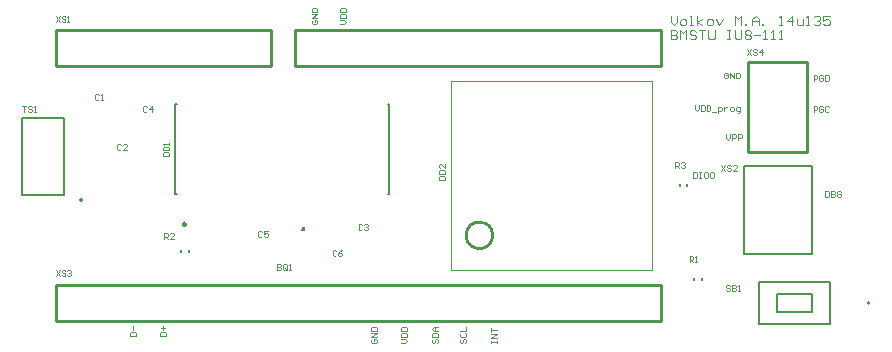
<source format=gto>
G04*
G04 #@! TF.GenerationSoftware,Altium Limited,Altium Designer,19.1.5 (86)*
G04*
G04 Layer_Color=65535*
%FSLAX44Y44*%
%MOMM*%
G71*
G01*
G75*
%ADD10C,0.1270*%
%ADD11C,0.2000*%
%ADD12C,0.3000*%
%ADD13C,0.2500*%
%ADD14C,0.2540*%
%ADD15C,0.2032*%
%ADD16C,0.1000*%
D10*
X89020Y131170D02*
G03*
X89020Y131170I-1270J0D01*
G01*
X722000Y26500D02*
Y61500D01*
X662000D02*
X722000D01*
X662000Y26500D02*
Y61500D01*
Y26500D02*
X722000D01*
X707000Y36500D02*
Y51500D01*
X677000D02*
X707000D01*
X677000Y36500D02*
Y51500D01*
Y36500D02*
X707000D01*
D11*
X755500Y44000D02*
G03*
X755500Y44000I-1000J0D01*
G01*
X649000Y85000D02*
X706500D01*
Y160000D01*
X649000D02*
X706500D01*
X649000Y85000D02*
Y160000D01*
X601250Y143000D02*
Y145000D01*
X594750Y143000D02*
Y145000D01*
X613250Y63000D02*
Y65000D01*
X606750Y63000D02*
Y65000D01*
X167500Y136000D02*
X168700D01*
X347300D02*
X348500D01*
Y212000D01*
X167500D02*
X168700D01*
X347300D02*
X348500D01*
X167500Y136000D02*
Y212000D01*
X179250Y87000D02*
Y89000D01*
X172750Y87000D02*
Y89000D01*
D12*
X276200Y106400D02*
G03*
X276200Y106400I-500J0D01*
G01*
D13*
X436380Y101210D02*
G03*
X436380Y101210I-11250J0D01*
G01*
X176700Y110500D02*
G03*
X176700Y110500I-1250J0D01*
G01*
D14*
X66500Y244740D02*
X249000D01*
X269000D02*
X579000D01*
X269000Y274740D02*
X577750D01*
X66500D02*
X249000D01*
X66500Y244740D02*
Y274740D01*
X249000Y244740D02*
Y274740D01*
X269000Y244740D02*
Y274740D01*
X579000Y244740D02*
Y274740D01*
X576500D02*
X579000D01*
X652300Y248300D02*
X702300D01*
Y172100D02*
Y248300D01*
X652300Y172100D02*
Y248300D01*
Y172100D02*
X702300D01*
X576500Y59000D02*
X579000D01*
Y29000D02*
Y59000D01*
X66500Y29000D02*
X579000D01*
X66500D02*
Y59000D01*
X577750D01*
D15*
X38220Y200766D02*
X73780D01*
Y135234D02*
Y200766D01*
X38220Y135234D02*
X73780D01*
X38220D02*
Y200766D01*
D16*
X571180Y72000D02*
Y232000D01*
X401000Y72000D02*
X571000D01*
X401000Y232020D02*
X571000D01*
X401000Y72000D02*
Y232000D01*
X587000Y286994D02*
Y281663D01*
X589666Y278997D01*
X592332Y281663D01*
Y286994D01*
X596330Y278997D02*
X598996D01*
X600329Y280330D01*
Y282996D01*
X598996Y284328D01*
X596330D01*
X594997Y282996D01*
Y280330D01*
X596330Y278997D01*
X602995D02*
X605661D01*
X604328D01*
Y286994D01*
X602995D01*
X609659Y278997D02*
Y286994D01*
Y281663D02*
X613658Y284328D01*
X609659Y281663D02*
X613658Y278997D01*
X618990D02*
X621656D01*
X622988Y280330D01*
Y282996D01*
X621656Y284328D01*
X618990D01*
X617657Y282996D01*
Y280330D01*
X618990Y278997D01*
X625654Y284328D02*
X628320Y278997D01*
X630986Y284328D01*
X641649Y278997D02*
Y286994D01*
X644315Y284328D01*
X646981Y286994D01*
Y278997D01*
X649647D02*
Y280330D01*
X650979D01*
Y278997D01*
X649647D01*
X656311D02*
Y284328D01*
X658977Y286994D01*
X661643Y284328D01*
Y278997D01*
Y282996D01*
X656311D01*
X664308Y278997D02*
Y280330D01*
X665641D01*
Y278997D01*
X664308D01*
X678970D02*
X681636D01*
X680303D01*
Y286994D01*
X678970Y285661D01*
X689634Y278997D02*
Y286994D01*
X685635Y282996D01*
X690966D01*
X693632Y284328D02*
Y280330D01*
X694965Y278997D01*
X698964D01*
Y284328D01*
X701630Y278997D02*
X704296D01*
X702963D01*
Y286994D01*
X701630Y285661D01*
X708294D02*
X709627Y286994D01*
X712293D01*
X713626Y285661D01*
Y284328D01*
X712293Y282996D01*
X710960D01*
X712293D01*
X713626Y281663D01*
Y280330D01*
X712293Y278997D01*
X709627D01*
X708294Y280330D01*
X721623Y286994D02*
X716292D01*
Y282996D01*
X718958Y284328D01*
X720290D01*
X721623Y282996D01*
Y280330D01*
X720290Y278997D01*
X717625D01*
X716292Y280330D01*
X587000Y274997D02*
Y267000D01*
X590999D01*
X592332Y268333D01*
Y269666D01*
X590999Y270999D01*
X587000D01*
X590999D01*
X592332Y272332D01*
Y273664D01*
X590999Y274997D01*
X587000D01*
X594997Y267000D02*
Y274997D01*
X597663Y272332D01*
X600329Y274997D01*
Y267000D01*
X608326Y273664D02*
X606994Y274997D01*
X604328D01*
X602995Y273664D01*
Y272332D01*
X604328Y270999D01*
X606994D01*
X608326Y269666D01*
Y268333D01*
X606994Y267000D01*
X604328D01*
X602995Y268333D01*
X610992Y274997D02*
X616324D01*
X613658D01*
Y267000D01*
X618990Y274997D02*
Y268333D01*
X620323Y267000D01*
X622988D01*
X624321Y268333D01*
Y274997D01*
X634985D02*
X637650D01*
X636317D01*
Y267000D01*
X634985D01*
X637650D01*
X641649Y274997D02*
Y268333D01*
X642982Y267000D01*
X645648D01*
X646981Y268333D01*
Y274997D01*
X649647Y273664D02*
X650979Y274997D01*
X653645D01*
X654978Y273664D01*
Y272332D01*
X653645Y270999D01*
X654978Y269666D01*
Y268333D01*
X653645Y267000D01*
X650979D01*
X649647Y268333D01*
Y269666D01*
X650979Y270999D01*
X649647Y272332D01*
Y273664D01*
X650979Y270999D02*
X653645D01*
X657644D02*
X662975D01*
X665641Y267000D02*
X668307D01*
X666974D01*
Y274997D01*
X665641Y273664D01*
X672306Y267000D02*
X674972D01*
X673639D01*
Y274997D01*
X672306Y273664D01*
X678970Y267000D02*
X681636D01*
X680303D01*
Y274997D01*
X678970Y273664D01*
X635332Y238165D02*
X634499Y238998D01*
X632833D01*
X632000Y238165D01*
Y234833D01*
X632833Y234000D01*
X634499D01*
X635332Y234833D01*
Y236499D01*
X633666D01*
X636998Y234000D02*
Y238998D01*
X640331Y234000D01*
Y238998D01*
X641997D02*
Y234000D01*
X644496D01*
X645329Y234833D01*
Y238165D01*
X644496Y238998D01*
X641997D01*
X66328Y287084D02*
X69660Y282086D01*
Y287084D02*
X66328Y282086D01*
X74659Y286251D02*
X73826Y287084D01*
X72159D01*
X71326Y286251D01*
Y285418D01*
X72159Y284585D01*
X73826D01*
X74659Y283752D01*
Y282919D01*
X73826Y282086D01*
X72159D01*
X71326Y282919D01*
X76325Y282086D02*
X77991D01*
X77158D01*
Y287084D01*
X76325Y286251D01*
X606000Y154998D02*
Y150000D01*
X608499D01*
X609332Y150833D01*
Y154165D01*
X608499Y154998D01*
X606000D01*
X610998D02*
X612664D01*
X611831D01*
Y150000D01*
X610998D01*
X612664D01*
X617663Y154998D02*
X615997D01*
X615164Y154165D01*
Y150833D01*
X615997Y150000D01*
X617663D01*
X618496Y150833D01*
Y154165D01*
X617663Y154998D01*
X620162Y154165D02*
X620995Y154998D01*
X622661D01*
X623494Y154165D01*
Y150833D01*
X622661Y150000D01*
X620995D01*
X620162Y150833D01*
Y154165D01*
X155002Y16000D02*
X160000D01*
Y18499D01*
X159167Y19332D01*
X155835D01*
X155002Y18499D01*
Y16000D01*
X157501Y20998D02*
Y24331D01*
X155835Y22664D02*
X159167D01*
X129002Y16000D02*
X134000D01*
Y18499D01*
X133167Y19332D01*
X129835D01*
X129002Y18499D01*
Y16000D01*
X131501Y20998D02*
Y24331D01*
X435002Y10000D02*
Y11666D01*
Y10833D01*
X440000D01*
Y10000D01*
Y11666D01*
Y14165D02*
X435002D01*
X440000Y17498D01*
X435002D01*
Y19164D02*
Y22496D01*
Y20830D01*
X440000D01*
X409835Y13332D02*
X409002Y12499D01*
Y10833D01*
X409835Y10000D01*
X410668D01*
X411501Y10833D01*
Y12499D01*
X412334Y13332D01*
X413167D01*
X414000Y12499D01*
Y10833D01*
X413167Y10000D01*
X409835Y18331D02*
X409002Y17498D01*
Y15831D01*
X409835Y14998D01*
X413167D01*
X414000Y15831D01*
Y17498D01*
X413167Y18331D01*
X409002Y19997D02*
X414000D01*
Y23329D01*
X385835Y13332D02*
X385002Y12499D01*
Y10833D01*
X385835Y10000D01*
X386668D01*
X387501Y10833D01*
Y12499D01*
X388334Y13332D01*
X389167D01*
X390000Y12499D01*
Y10833D01*
X389167Y10000D01*
X385002Y14998D02*
X390000D01*
Y17498D01*
X389167Y18331D01*
X385835D01*
X385002Y17498D01*
Y14998D01*
X390000Y19997D02*
X386668D01*
X385002Y21663D01*
X386668Y23329D01*
X390000D01*
X387501D01*
Y19997D01*
X359002Y10000D02*
X362334D01*
X364000Y11666D01*
X362334Y13332D01*
X359002D01*
Y14998D02*
X364000D01*
Y17498D01*
X363167Y18331D01*
X359835D01*
X359002Y17498D01*
Y14998D01*
Y19997D02*
X364000D01*
Y22496D01*
X363167Y23329D01*
X359835D01*
X359002Y22496D01*
Y19997D01*
X333835Y13332D02*
X333002Y12499D01*
Y10833D01*
X333835Y10000D01*
X337167D01*
X338000Y10833D01*
Y12499D01*
X337167Y13332D01*
X335501D01*
Y11666D01*
X338000Y14998D02*
X333002D01*
X338000Y18331D01*
X333002D01*
Y19997D02*
X338000D01*
Y22496D01*
X337167Y23329D01*
X333835D01*
X333002Y22496D01*
Y19997D01*
X307002Y280000D02*
X310334D01*
X312000Y281666D01*
X310334Y283332D01*
X307002D01*
Y284998D02*
X312000D01*
Y287498D01*
X311167Y288331D01*
X307835D01*
X307002Y287498D01*
Y284998D01*
Y289997D02*
X312000D01*
Y292496D01*
X311167Y293329D01*
X307835D01*
X307002Y292496D01*
Y289997D01*
X283835Y283332D02*
X283002Y282499D01*
Y280833D01*
X283835Y280000D01*
X287167D01*
X288000Y280833D01*
Y282499D01*
X287167Y283332D01*
X285501D01*
Y281666D01*
X288000Y284998D02*
X283002D01*
X288000Y288331D01*
X283002D01*
Y289997D02*
X288000D01*
Y292496D01*
X287167Y293329D01*
X283835D01*
X283002Y292496D01*
Y289997D01*
X607396Y211728D02*
Y208396D01*
X609062Y206730D01*
X610728Y208396D01*
Y211728D01*
X612394D02*
Y206730D01*
X614893D01*
X615727Y207563D01*
Y210895D01*
X614893Y211728D01*
X612394D01*
X617393D02*
Y206730D01*
X619892D01*
X620725Y207563D01*
Y210895D01*
X619892Y211728D01*
X617393D01*
X622391Y205897D02*
X625723D01*
X627389Y205064D02*
Y210062D01*
X629889D01*
X630722Y209229D01*
Y207563D01*
X629889Y206730D01*
X627389D01*
X632388Y210062D02*
Y206730D01*
Y208396D01*
X633221Y209229D01*
X634054Y210062D01*
X634887D01*
X638219Y206730D02*
X639885D01*
X640718Y207563D01*
Y209229D01*
X639885Y210062D01*
X638219D01*
X637386Y209229D01*
Y207563D01*
X638219Y206730D01*
X644051Y205064D02*
X644884D01*
X645717Y205897D01*
Y210062D01*
X643218D01*
X642384Y209229D01*
Y207563D01*
X643218Y206730D01*
X645717D01*
X708000Y206000D02*
Y210998D01*
X710499D01*
X711332Y210165D01*
Y208499D01*
X710499Y207666D01*
X708000D01*
X716331Y210165D02*
X715498Y210998D01*
X713831D01*
X712998Y210165D01*
Y206833D01*
X713831Y206000D01*
X715498D01*
X716331Y206833D01*
Y208499D01*
X714665D01*
X721329Y210165D02*
X720496Y210998D01*
X718830D01*
X717997Y210165D01*
Y206833D01*
X718830Y206000D01*
X720496D01*
X721329Y206833D01*
X708000Y232000D02*
Y236998D01*
X710499D01*
X711332Y236165D01*
Y234499D01*
X710499Y233666D01*
X708000D01*
X716331Y236165D02*
X715498Y236998D01*
X713831D01*
X712998Y236165D01*
Y232833D01*
X713831Y232000D01*
X715498D01*
X716331Y232833D01*
Y234499D01*
X714665D01*
X717997Y236998D02*
Y232000D01*
X720496D01*
X721329Y232833D01*
Y236165D01*
X720496Y236998D01*
X717997D01*
X634000Y186998D02*
Y183666D01*
X635666Y182000D01*
X637332Y183666D01*
Y186998D01*
X638998Y182000D02*
Y186998D01*
X641497D01*
X642331Y186165D01*
Y184499D01*
X641497Y183666D01*
X638998D01*
X643997Y182000D02*
Y186998D01*
X646496D01*
X647329Y186165D01*
Y184499D01*
X646496Y183666D01*
X643997D01*
X718000Y138998D02*
Y134000D01*
X720499D01*
X721332Y134833D01*
Y138165D01*
X720499Y138998D01*
X718000D01*
X722998D02*
Y134000D01*
X725498D01*
X726331Y134833D01*
Y135666D01*
X725498Y136499D01*
X722998D01*
X725498D01*
X726331Y137332D01*
Y138165D01*
X725498Y138998D01*
X722998D01*
X731329Y138165D02*
X730496Y138998D01*
X728830D01*
X727997Y138165D01*
Y134833D01*
X728830Y134000D01*
X730496D01*
X731329Y134833D01*
Y136499D01*
X729663D01*
X591000Y158500D02*
Y163498D01*
X593499D01*
X594332Y162665D01*
Y160999D01*
X593499Y160166D01*
X591000D01*
X592666D02*
X594332Y158500D01*
X595998Y162665D02*
X596832Y163498D01*
X598498D01*
X599331Y162665D01*
Y161832D01*
X598498Y160999D01*
X597664D01*
X598498D01*
X599331Y160166D01*
Y159333D01*
X598498Y158500D01*
X596832D01*
X595998Y159333D01*
X652000Y258998D02*
X655332Y254000D01*
Y258998D02*
X652000Y254000D01*
X660331Y258165D02*
X659498Y258998D01*
X657831D01*
X656998Y258165D01*
Y257332D01*
X657831Y256499D01*
X659498D01*
X660331Y255666D01*
Y254833D01*
X659498Y254000D01*
X657831D01*
X656998Y254833D01*
X664496Y254000D02*
Y258998D01*
X661997Y256499D01*
X665329D01*
X66328Y71438D02*
X69660Y66440D01*
Y71438D02*
X66328Y66440D01*
X74659Y70605D02*
X73826Y71438D01*
X72159D01*
X71326Y70605D01*
Y69772D01*
X72159Y68939D01*
X73826D01*
X74659Y68106D01*
Y67273D01*
X73826Y66440D01*
X72159D01*
X71326Y67273D01*
X76325Y70605D02*
X77158Y71438D01*
X78824D01*
X79657Y70605D01*
Y69772D01*
X78824Y68939D01*
X77991D01*
X78824D01*
X79657Y68106D01*
Y67273D01*
X78824Y66440D01*
X77158D01*
X76325Y67273D01*
X630000Y160998D02*
X633332Y156000D01*
Y160998D02*
X630000Y156000D01*
X638331Y160165D02*
X637498Y160998D01*
X635831D01*
X634998Y160165D01*
Y159332D01*
X635831Y158499D01*
X637498D01*
X638331Y157666D01*
Y156833D01*
X637498Y156000D01*
X635831D01*
X634998Y156833D01*
X643329Y156000D02*
X639997D01*
X643329Y159332D01*
Y160165D01*
X642496Y160998D01*
X640830D01*
X639997Y160165D01*
X38000Y210998D02*
X41332D01*
X39666D01*
Y206000D01*
X46331Y210165D02*
X45497Y210998D01*
X43831D01*
X42998Y210165D01*
Y209332D01*
X43831Y208499D01*
X45497D01*
X46331Y207666D01*
Y206833D01*
X45497Y206000D01*
X43831D01*
X42998Y206833D01*
X47997Y206000D02*
X49663D01*
X48830D01*
Y210998D01*
X47997Y210165D01*
X637332Y58165D02*
X636499Y58998D01*
X634833D01*
X634000Y58165D01*
Y57332D01*
X634833Y56499D01*
X636499D01*
X637332Y55666D01*
Y54833D01*
X636499Y54000D01*
X634833D01*
X634000Y54833D01*
X638998Y58998D02*
Y54000D01*
X641497D01*
X642331Y54833D01*
Y55666D01*
X641497Y56499D01*
X638998D01*
X641497D01*
X642331Y57332D01*
Y58165D01*
X641497Y58998D01*
X638998D01*
X643997Y54000D02*
X645663D01*
X644830D01*
Y58998D01*
X643997Y58165D01*
X158000Y98000D02*
Y102998D01*
X160499D01*
X161332Y102165D01*
Y100499D01*
X160499Y99666D01*
X158000D01*
X159666D02*
X161332Y98000D01*
X166331D02*
X162998D01*
X166331Y101332D01*
Y102165D01*
X165498Y102998D01*
X163831D01*
X162998Y102165D01*
X603000Y78500D02*
Y83498D01*
X605499D01*
X606332Y82665D01*
Y80999D01*
X605499Y80166D01*
X603000D01*
X604666D02*
X606332Y78500D01*
X607998D02*
X609664D01*
X608831D01*
Y83498D01*
X607998Y82665D01*
X391002Y148000D02*
X396000D01*
Y150499D01*
X395167Y151332D01*
X391835D01*
X391002Y150499D01*
Y148000D01*
Y152998D02*
X396000D01*
Y155498D01*
X395167Y156331D01*
X391835D01*
X391002Y155498D01*
Y152998D01*
X396000Y161329D02*
Y157997D01*
X392668Y161329D01*
X391835D01*
X391002Y160496D01*
Y158830D01*
X391835Y157997D01*
X157002Y168000D02*
X162000D01*
Y170499D01*
X161167Y171332D01*
X157835D01*
X157002Y170499D01*
Y168000D01*
Y172998D02*
X162000D01*
Y175497D01*
X161167Y176331D01*
X157835D01*
X157002Y175497D01*
Y172998D01*
X162000Y177997D02*
Y179663D01*
Y178830D01*
X157002D01*
X157835Y177997D01*
X304082Y87665D02*
X303249Y88498D01*
X301583D01*
X300750Y87665D01*
Y84333D01*
X301583Y83500D01*
X303249D01*
X304082Y84333D01*
X309081Y88498D02*
X307414Y87665D01*
X305748Y85999D01*
Y84333D01*
X306581Y83500D01*
X308248D01*
X309081Y84333D01*
Y85166D01*
X308248Y85999D01*
X305748D01*
X241332Y103665D02*
X240499Y104498D01*
X238833D01*
X238000Y103665D01*
Y100333D01*
X238833Y99500D01*
X240499D01*
X241332Y100333D01*
X246331Y104498D02*
X242998D01*
Y101999D01*
X244664Y102832D01*
X245498D01*
X246331Y101999D01*
Y100333D01*
X245498Y99500D01*
X243832D01*
X242998Y100333D01*
X143832Y209415D02*
X142999Y210248D01*
X141333D01*
X140500Y209415D01*
Y206083D01*
X141333Y205250D01*
X142999D01*
X143832Y206083D01*
X147998Y205250D02*
Y210248D01*
X145498Y207749D01*
X148831D01*
X326082Y109665D02*
X325249Y110498D01*
X323583D01*
X322750Y109665D01*
Y106333D01*
X323583Y105500D01*
X325249D01*
X326082Y106333D01*
X327748Y109665D02*
X328581Y110498D01*
X330247D01*
X331081Y109665D01*
Y108832D01*
X330247Y107999D01*
X329414D01*
X330247D01*
X331081Y107166D01*
Y106333D01*
X330247Y105500D01*
X328581D01*
X327748Y106333D01*
X121832Y177415D02*
X120999Y178248D01*
X119333D01*
X118500Y177415D01*
Y174083D01*
X119333Y173250D01*
X120999D01*
X121832Y174083D01*
X126831Y173250D02*
X123498D01*
X126831Y176582D01*
Y177415D01*
X125997Y178248D01*
X124331D01*
X123498Y177415D01*
X103332Y220165D02*
X102499Y220998D01*
X100833D01*
X100000Y220165D01*
Y216833D01*
X100833Y216000D01*
X102499D01*
X103332Y216833D01*
X104998Y216000D02*
X106664D01*
X105831D01*
Y220998D01*
X104998Y220165D01*
X254000Y76998D02*
Y72000D01*
X256499D01*
X257332Y72833D01*
Y73666D01*
X256499Y74499D01*
X254000D01*
X256499D01*
X257332Y75332D01*
Y76165D01*
X256499Y76998D01*
X254000D01*
X262331Y72833D02*
Y76165D01*
X261497Y76998D01*
X259831D01*
X258998Y76165D01*
Y72833D01*
X259831Y72000D01*
X261497D01*
X260665Y73666D02*
X262331Y72000D01*
X261497D02*
X262331Y72833D01*
X263997Y72000D02*
X265663D01*
X264830D01*
Y76998D01*
X263997Y76165D01*
M02*

</source>
